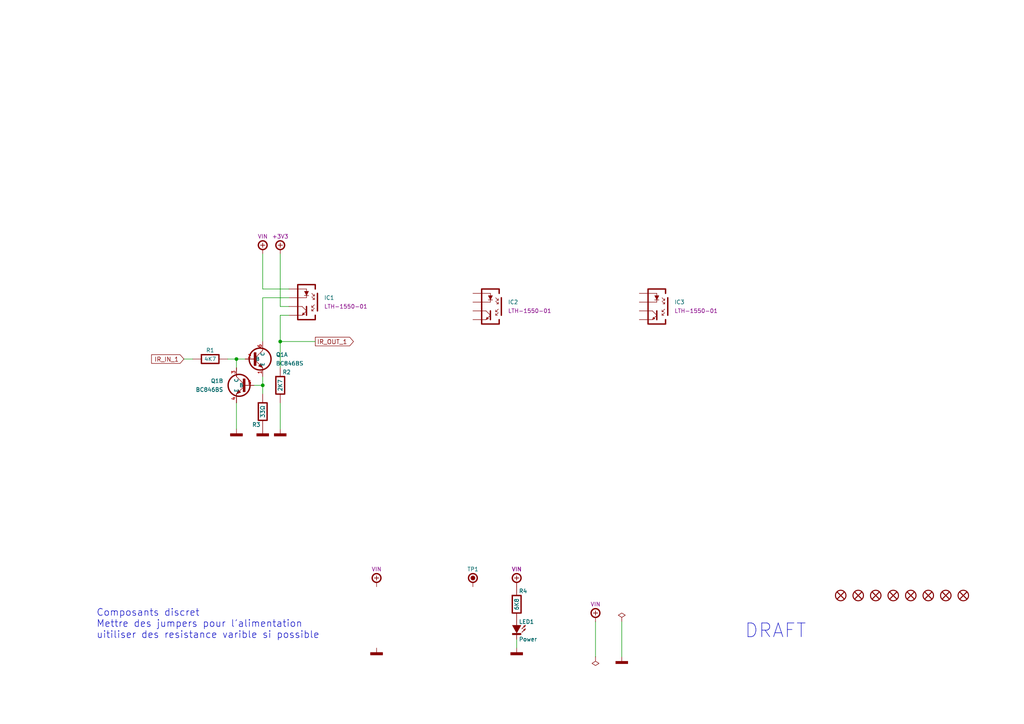
<source format=kicad_sch>
(kicad_sch (version 20211123) (generator eeschema)
  (paper "A4")
  (title_block (title "IR Test") (date "01/2022") (rev "A") (comment 1 "TCAR MCU Board - PIC24FJ"))
  (lib_symbols
    (symbol "LITEON-LTH-1550-01_1" (pin_numbers hide) (pin_names (offset 0) hide)
      (property "Reference" "IC" (at 0 6.35 0))
      (property "Name" "LTH-1550-01" (at 0 -6.35 0))
      (symbol "LITEON-LTH-1550-01_1_0_1"
        (polyline (pts (xy -3.175 2.54) (xy -3.175 -2.54)) (stroke (width 0.4)))
        (polyline (pts (xy -2.286 0.762) (xy -1.524 1.524)) (stroke (width 0.1524)))
        (polyline (pts (xy -2.286 1.778) (xy -1.524 2.54)) (stroke (width 0.1524)))
        (polyline (pts (xy -1.524 -2.54) (xy -2.286 -1.778)) (stroke (width 0.1524)))
        (polyline (pts (xy -1.524 -2.54) (xy -2.032 -2.54)) (stroke (width 0.1524)))
        (polyline (pts (xy -1.524 -2.54) (xy -1.524 -2.032)) (stroke (width 0.1524)))
        (polyline (pts (xy -1.524 -1.524) (xy -1.524 -1.016)) (stroke (width 0.1524)))
        (polyline (pts (xy -0.635 1.905) (xy 0.635 1.905)) (stroke (width 0.1524)))
        (polyline (pts (xy 0 -1.27) (xy 0 -3.81)) (stroke (width 0.4)))
        (polyline (pts (xy 0 1.27) (xy 0 3.81)) (stroke (width 0.1524)))
        (polyline (pts (xy -2.286 -0.762) (xy -1.524 -1.524) (xy -2.032 -1.524)) (stroke (width 0.1524)))
        (polyline (pts (xy -2.286 1.27) (xy -2.286 0.762) (xy -1.778 0.762)) (stroke (width 0.1524)))
        (polyline (pts (xy -2.286 2.286) (xy -2.286 1.778) (xy -1.778 1.778)) (stroke (width 0.1524)))
        (polyline (pts (xy 1.27 -1.27) (xy 0 -2.54) (xy 1.27 -3.81)) (stroke (width 0.1524)))
        (polyline (pts (xy -0.635 3.175) (xy 0.635 3.175) (xy 0 1.905) (xy -0.635 3.175)) (stroke (width 0.001)) (fill (type outline)))
        (polyline (pts (xy 1.27 -3.81) (xy 1.016 -3.048) (xy 0.508 -3.556) (xy 1.27 -3.81)) (stroke (width 0.001)) (fill (type outline)))
        (polyline (pts (xy -2.54 -3.81) (xy -2.54 -5.08) (xy 2.54 -5.08) (xy 2.54 5.08) (xy -2.54 5.08) (xy -2.54 3.81)) (stroke (width 0.4)))
      )
      (symbol "LITEON-LTH-1550-01_1_1_1"
        (pin passive line (at 5.08 3.81 180) (length 5.08) (name "ANODE") (number "1"))
        (pin passive line (at 5.08 1.27 180) (length 5.08) (name "CATHODE") (number "2"))
        (pin passive line (at 5.08 -1.27 180) (length 3.81) (name "COLLECTOR") (number "3"))
        (pin passive line (at 5.08 -3.81 180) (length 3.81) (name "EMITTER") (number "4"))
      )
    )
    (symbol "power:PWR_FLAG" (power) (pin_numbers hide) (pin_names (offset 0) hide)
      (property "Value" "PWR_FLAG" (at 0 3.81 0))
      (symbol "PWR_FLAG_0_0"
        (pin power_out line (at 0 0 90) (length 0) (name "pwr") (number "1"))
      )
      (symbol "PWR_FLAG_0_1"
        (polyline (pts (xy 0 0) (xy 0 1.27) (xy -1.016 1.905) (xy 0 2.54) (xy 1.016 1.905) (xy 0 1.27)))
      )
    )
    (symbol "tronixio:BC846BS" (pin_names (offset 0.5))
      (property "Reference" "Q" (at 0 3.81 0))
      (property "Value" "BC846BS" (at 0 -10.16 0))
      (symbol "BC846BS_0_1"
        (polyline (pts (xy 0.635 0.635) (xy 2.54 2.54)))
        (polyline (pts (xy 0.635 -0.635) (xy 2.54 -2.54) (xy 2.54 -2.54)))
        (polyline (pts (xy 2.54 -2.54) (xy 1.27 -2.032) (xy 2.032 -1.27) (xy 2.54 -2.54)) (stroke (width 0.001)) (fill (type outline)))
        (rectangle (start 0 1.905) (end 0.635 -1.905) (stroke (width 0.1)) (fill (type outline)))
        (circle (center 1.778 0) (radius 3.175) (stroke (width 0.4)))
      )
      (symbol "BC846BS_1_1"
        (pin passive line (at 2.54 -5.08 90) (length 2.54) (name "E") (number "1"))
        (pin passive line (at -2.54 0 0) (length 2.54) (name "B") (number "2"))
        (pin passive line (at 2.54 5.08 270) (length 2.54) (name "C") (number "6"))
      )
      (symbol "BC846BS_1_2"
        (arc (start -3.81 -3.81) (mid -2.589 0) (end -3.81 3.81) (stroke (width 0.254)))
        (arc (start -0.6096 -3.81) (mid 2.1855 -2.584) (end 3.81 0) (stroke (width 0.254)) (fill (type background)))
        (polyline (pts (xy -3.81 -3.81) (xy -0.635 -3.81)) (stroke (width 0.254)) (fill (type background)))
        (polyline (pts (xy -3.81 3.81) (xy -0.635 3.81)) (stroke (width 0.254)) (fill (type background)))
        (polyline (pts (xy -0.635 3.81) (xy -3.81 3.81) (xy -3.81 3.81) (xy -3.556 3.4036) (xy -3.0226 2.2606) (xy -2.6924 1.0414) (xy -2.6162 -0.254) (xy -2.7686 -1.4986) (xy -3.175 -2.7178) (xy -3.81 -3.81) (xy -3.81 -3.81) (xy -0.635 -3.81)) (stroke (width -25.4)) (fill (type background)))
        (arc (start 3.81 0) (mid 2.1928 2.5925) (end -0.6096 3.81) (stroke (width 0.254)) (fill (type background)))
        (pin input inverted (at -7.62 2.54 0) (length 4.318) (name "~") (number "1"))
        (pin input inverted (at -7.62 -2.54 0) (length 4.318) (name "~") (number "2"))
        (pin output line (at 7.62 0 180) (length 3.81) (name "~") (number "3"))
      )
      (symbol "BC846BS_2_1"
        (pin passive line (at 2.54 5.08 270) (length 2.54) (name "C") (number "3"))
        (pin passive line (at 2.54 -5.08 90) (length 2.54) (name "E") (number "4"))
        (pin passive line (at -2.54 0 0) (length 2.54) (name "B") (number "5"))
      )
      (symbol "BC846BS_2_2"
        (arc (start -3.81 -3.81) (mid -2.589 0) (end -3.81 3.81) (stroke (width 0.254)))
        (arc (start -0.6096 -3.81) (mid 2.1855 -2.584) (end 3.81 0) (stroke (width 0.254)) (fill (type background)))
        (polyline (pts (xy -3.81 -3.81) (xy -0.635 -3.81)) (stroke (width 0.254)) (fill (type background)))
        (polyline (pts (xy -3.81 3.81) (xy -0.635 3.81)) (stroke (width 0.254)) (fill (type background)))
        (polyline (pts (xy -0.635 3.81) (xy -3.81 3.81) (xy -3.81 3.81) (xy -3.556 3.4036) (xy -3.0226 2.2606) (xy -2.6924 1.0414) (xy -2.6162 -0.254) (xy -2.7686 -1.4986) (xy -3.175 -2.7178) (xy -3.81 -3.81) (xy -3.81 -3.81) (xy -0.635 -3.81)) (stroke (width -25.4)) (fill (type background)))
        (arc (start 3.81 0) (mid 2.1928 2.5925) (end -0.6096 3.81) (stroke (width 0.254)) (fill (type background)))
        (pin input inverted (at -7.62 2.54 0) (length 4.318) (name "~") (number "4"))
        (pin input inverted (at -7.62 -2.54 0) (length 4.318) (name "~") (number "5"))
        (pin output line (at 7.62 0 180) (length 3.81) (name "~") (number "6"))
      )
    )
    (symbol "tronixio:HARWIN-S1751" (pin_numbers hide) (pin_names (offset 0) hide)
      (property "Reference" "TP" (at 0 7.62 0))
      (property "Value" "HARWIN-S1751" (at 0 5.08 0))
      (symbol "HARWIN-S1751_0_1"
        (circle (center 0 2.54) (radius 0.635) (stroke (width 0.001)) (fill (type outline)))
        (circle (center 0 2.54) (radius 1.27) (stroke (width 0.4)))
      )
      (symbol "HARWIN-S1751_1_1"
        (pin passive line (at 0 0 90) (length 1.27) (name "1") (number "1"))
      )
    )
    (symbol "tronixio:LED-1206-RED" (pin_numbers hide) (pin_names (offset 0) hide)
      (property "Reference" "LED" (at 0 -2.54 0))
      (property "Value" "LED-1206-RED" (at 0 -5.08 0))
      (symbol "LED-1206-RED_0_1"
        (rectangle (start -1.27 1.27) (end -0.762 -1.27) (stroke (width 0.001)) (fill (type outline)))
        (polyline (pts (xy 1.524 -1.27) (xy 1.524 1.27) (xy -0.762 0) (xy 1.524 -1.27)) (stroke (width 0.001)) (fill (type outline)))
        (polyline (pts (xy -0.508 1.524) (xy 0.508 2.54) (xy 0.254 2.032) (xy 0 2.286) (xy 0.508 2.54)) (stroke (width 0.2)))
        (polyline (pts (xy 0.508 1.524) (xy 1.524 2.54) (xy 1.27 2.032) (xy 1.016 2.286) (xy 1.524 2.54)) (stroke (width 0.2)))
      )
      (symbol "LED-1206-RED_1_1"
        (pin passive line (at -2.54 0 0) (length 1.27) (name "K") (number "1"))
        (pin passive line (at 2.54 0 180) (length 1.27) (name "A") (number "2"))
      )
    )
    (symbol "tronixio:MOUNTING-HOLE-MASK-3MM" (pin_numbers hide) (pin_names (offset 0) hide)
      (symbol "MOUNTING-HOLE-MASK-3MM_0_1"
        (polyline (pts (xy -1.016 -1.016) (xy 1.016 1.016)) (stroke (width 0.3)))
        (polyline (pts (xy 1.016 -1.016) (xy -1.016 1.016)) (stroke (width 0.3)))
        (circle (center 0 0) (radius 1.524) (stroke (width 0.3)))
      )
    )
    (symbol "tronixio:POWER-+3V3" (power) (pin_numbers hide) (pin_names (offset 0) hide)
      (property "Name" "+3V3" (at 0 5.08 0))
      (symbol "POWER-+3V3_0_1"
        (polyline (pts (xy -0.635 2.54) (xy 0.635 2.54)) (stroke (width 0.2)))
        (polyline (pts (xy 0 1.905) (xy 0 3.175)) (stroke (width 0.2)))
        (circle (center 0 2.54) (radius 1.27) (stroke (width 0.4)))
      )
      (symbol "POWER-+3V3_1_1"
        (pin power_in line (at 0 0 90) (length 1.27) (name "+3V3") (number "1"))
      )
    )
    (symbol "tronixio:POWER-GND" (power) (pin_numbers hide) (pin_names (offset 0) hide)
      (symbol "POWER-GND_0_1"
        (rectangle (start -1.778 -2.032) (end 1.778 -1.27) (stroke (width 0.001)) (fill (type outline)))
      )
      (symbol "POWER-GND_1_1"
        (pin power_in line (at 0 0 270) (length 1.27) (name "GND") (number "1"))
      )
    )
    (symbol "tronixio:POWER-VIN" (power) (pin_numbers hide) (pin_names (offset 0) hide)
      (property "Name" "VIN" (at 0 5.08 0))
      (symbol "POWER-VIN_0_1"
        (polyline (pts (xy -0.635 2.54) (xy 0.635 2.54)) (stroke (width 0.2)))
        (polyline (pts (xy 0 1.905) (xy 0 3.175)) (stroke (width 0.2)))
        (circle (center 0 2.54) (radius 1.27) (stroke (width 0.4)))
      )
      (symbol "POWER-VIN_1_1"
        (pin power_in line (at 0 0 90) (length 1.27) (name "VIN") (number "1"))
      )
    )
    (symbol "tronixio:R-1206" (pin_numbers hide) (pin_names (offset 0) hide)
      (property "Reference" "R" (at 2.54 0 90))
      (property "Value" "R-1206" (at 0 0 90))
      (symbol "R-1206_0_1"
        (rectangle (start -1.27 -2.54) (end 1.27 2.54) (stroke (width 0.4)))
      )
      (symbol "R-1206_1_1"
        (pin passive line (at 0 5.08 270) (length 2.54) (name "~") (number "1"))
        (pin passive line (at 0 -5.08 90) (length 2.54) (name "~") (number "2"))
      )
    )
  )
  (junction (at 81.28 99.06))
  (junction (at 68.58 104.14))
  (junction (at 76.2 111.76))
  (wire (pts (xy 76.2 86.36) (xy 76.2 99.06)))
  (wire (pts (xy 73.66 111.76) (xy 76.2 111.76)))
  (wire (pts (xy 76.2 83.82) (xy 76.2 73.66)))
  (wire (pts (xy 83.82 88.9) (xy 81.28 88.9)))
  (wire (pts (xy 68.58 104.14) (xy 68.58 106.68)))
  (wire (pts (xy 76.2 111.76) (xy 76.2 114.3)))
  (wire (pts (xy 66.04 104.14) (xy 68.58 104.14)))
  (wire (pts (xy 83.82 91.44) (xy 81.28 91.44)))
  (wire (pts (xy 81.28 88.9) (xy 81.28 73.66)))
  (wire (pts (xy 81.28 116.84) (xy 81.28 124.46)))
  (wire (pts (xy 81.28 99.06) (xy 91.44 99.06)))
  (wire (pts (xy 76.2 109.22) (xy 76.2 111.76)))
  (wire (pts (xy 83.82 83.82) (xy 76.2 83.82)))
  (wire (pts (xy 81.28 91.44) (xy 81.28 99.06)))
  (wire (pts (xy 83.82 86.36) (xy 76.2 86.36)))
  (wire (pts (xy 68.58 104.14) (xy 71.12 104.14)))
  (wire (pts (xy 53.34 104.14) (xy 55.88 104.14)))
  (wire (pts (xy 149.86 185.42) (xy 149.86 187.96)))
  (wire (pts (xy 68.58 116.84) (xy 68.58 124.46)))
  (wire (pts (xy 180.34 180.34) (xy 180.34 190.5)))
  (wire (pts (xy 81.28 99.06) (xy 81.28 106.68)))
  (wire (pts (xy 172.72 180.34) (xy 172.72 190.5)))
  (text "DRAFT" (at 215.9 185.42 0) (effects (font (size 4 4)) (justify left bottom)))
  (text "Composants discret\nMettre des jumpers pour l'alimentation\nuitiliser des resistance varible si possible" (at 27.94 185.42 0) (effects (font (size 2 2)) (justify left bottom)))
  (global_label "IR_IN_1" (shape input) (at 53.34 104.14 180) (property "Intersheet References" "${INTERSHEET_REFS}" (effects hide)))
  (global_label "IR_OUT_1" (shape output) (at 91.44 99.06 0) (property "Intersheet References" "${INTERSHEET_REFS}" (effects hide)))
  (symbol (lib_id "tronixio:POWER-GND") (at 149.86 187.96 0) (unit 1)
    (property "Reference" "#PWR010" (effects hide))
    (property "Value" "POWER-GND" (effects hide))
  )
  (symbol (lib_id "tronixio:POWER-GND") (at 81.28 124.46 0) (unit 1)
    (property "Reference" "#PWR05" (effects hide))
    (property "Value" "POWER-GND" (effects hide))
  )
  (symbol (lib_id "tronixio:MOUNTING-HOLE-MASK-3MM") (at 274.32 172.72 0) (unit 1)
    (property "Reference" "H7" (effects hide))
    (property "Value" "MOUNTING-HOLE-MASK-3MM" (effects hide))
    (property "Footprint" "tronixio:M3-MASK" (effects hide))
  )
  (symbol (lib_name "LITEON-LTH-1550-01_1") (lib_id "tronixio:LITEON-LTH-1550-01") (at 142.24 88.9 0) (mirror y) (unit 1)
    (property "Reference" "IC2" (at 147.32 87.6299 0) (effects (font (size 1.15 1.15)) (justify right)))
    (property "Value" "LITEON-LTH-1550-01" (effects hide))
    (property "Footprint" "tronixio:zzzLTH-1550-01-HORIZONTAL" (effects hide))
    (property "Datasheet" "https://optoelectronics.liteon.com/en-global/Led/led-component/Detail/427" (effects hide))
    (property "Mouser" "859-LTH-1550-01" (effects hide))
    (property "Name" "LTH-1550-01" (at 147.32 90.1699 0) (effects (font (size 1.15 1.15)) (justify right)))
  )
  (symbol (lib_id "power:PWR_FLAG") (at 172.72 190.5 180) (unit 1)
    (property "Reference" "#FLG02" (effects hide))
    (property "Value" "PWR_FLAG" (effects hide))
  )
  (symbol (lib_id "power:PWR_FLAG") (at 180.34 180.34 0) (mirror y) (unit 1)
    (property "Reference" "#FLG01" (effects hide))
    (property "Value" "PWR_FLAG" (effects hide))
  )
  (symbol (lib_id "tronixio:MOUNTING-HOLE-MASK-3MM") (at 269.24 172.72 0) (unit 1)
    (property "Reference" "H6" (effects hide))
    (property "Value" "MOUNTING-HOLE-MASK-3MM" (effects hide))
    (property "Footprint" "tronixio:M3-MASK" (effects hide))
  )
  (symbol (lib_id "tronixio:POWER-VIN") (at 109.22 170.18 0) (unit 1)
    (property "Reference" "#PWR06" (effects hide))
    (property "Value" "POWER-VIN" (effects hide))
    (property "Name" "VIN" (at 109.22 165.1 0) (effects (font (size 1.15 1.15))))
  )
  (symbol (lib_id "tronixio:POWER-GND") (at 109.22 187.96 0) (unit 1)
    (property "Reference" "#PWR09" (effects hide))
    (property "Value" "POWER-GND" (effects hide))
  )
  (symbol (lib_id "tronixio:MOUNTING-HOLE-MASK-3MM") (at 264.16 172.72 0) (unit 1)
    (property "Reference" "H5" (effects hide))
    (property "Value" "MOUNTING-HOLE-MASK-3MM" (effects hide))
    (property "Footprint" "tronixio:M3-MASK" (effects hide))
  )
  (symbol (lib_id "tronixio:POWER-GND") (at 180.34 190.5 0) (unit 1)
    (property "Reference" "#PWR011" (effects hide))
    (property "Value" "POWER-GND" (effects hide))
  )
  (symbol (lib_id "tronixio:R-1206") (at 76.2 119.38 0) (unit 1)
    (property "Reference" "R3" (at 75.565 123.19 0) (effects (font (size 1.15 1.15)) (justify right)))
    (property "Value" "33Ω" (at 76.2 119.38 90) (effects (font (size 1.15 1.15))))
    (property "Footprint" "tronixio:RESISTOR-1016-TH" (effects hide))
  )
  (symbol (lib_id "tronixio:R-1206") (at 81.28 111.76 0) (unit 1)
    (property "Reference" "R2" (at 81.915 107.95 0) (effects (font (size 1.15 1.15)) (justify left)))
    (property "Value" "2K7" (at 81.28 111.76 90) (effects (font (size 1.15 1.15))))
    (property "Footprint" "tronixio:RESISTOR-1016-TH" (effects hide))
  )
  (symbol (lib_id "tronixio:HARWIN-S1751") (at 137.16 170.18 0) (unit 1)
    (property "Reference" "TP1" (at 137.16 165.1 0) (effects (font (size 1.15 1.15))))
    (property "Value" "HARWIN-S1751" (effects hide))
    (property "Footprint" "tronixio:zzzHARWIN-S1751" (effects hide))
    (property "Datasheet" "https://www.harwin.com/products/S1751-46/" (effects hide))
    (property "MOUSER" "855-S1751-46" (effects hide))
  )
  (symbol (lib_id "tronixio:BC846BS") (at 73.66 104.14 0) (unit 1)
    (property "Reference" "Q1" (at 80.01 102.8699 0) (effects (font (size 1.15 1.15)) (justify left)))
    (property "Value" "BC846BS" (at 80.01 105.4099 0) (effects (font (size 1.15 1.15)) (justify left)))
    (property "Footprint" "tronixio:SOT-23-6" (effects hide))
    (property "Mouser" "771-BC846BS115" (effects hide))
  )
  (symbol (lib_id "tronixio:MOUNTING-HOLE-MASK-3MM") (at 248.92 172.72 0) (unit 1)
    (property "Reference" "H2" (effects hide))
    (property "Value" "MOUNTING-HOLE-MASK-3MM" (effects hide))
    (property "Footprint" "tronixio:M3-MASK" (effects hide))
  )
  (symbol (lib_id "tronixio:POWER-VIN") (at 76.2 73.66 0) (unit 1)
    (property "Reference" "#PWR01" (effects hide))
    (property "Value" "POWER-VIN" (effects hide))
    (property "Name" "VIN" (at 76.2 68.58 0) (effects (font (size 1.15 1.15))))
  )
  (symbol (lib_id "tronixio:POWER-GND") (at 76.2 124.46 0) (unit 1)
    (property "Reference" "#PWR04" (effects hide))
    (property "Value" "POWER-GND" (effects hide))
  )
  (symbol (lib_id "tronixio:R-1206") (at 149.86 175.26 0) (unit 1)
    (property "Reference" "R4" (at 150.495 171.45 0) (effects (font (size 1.15 1.15)) (justify left)))
    (property "Value" "6K8" (at 149.86 175.26 90) (effects (font (size 1.15 1.15))))
    (property "Footprint" "tronixio:RESISTOR-1206" (effects hide))
  )
  (symbol (lib_name "LITEON-LTH-1550-01_1") (lib_id "tronixio:LITEON-LTH-1550-01") (at 88.9 87.63 0) (mirror y) (unit 1)
    (property "Reference" "IC1" (at 93.98 86.3599 0) (effects (font (size 1.15 1.15)) (justify right)))
    (property "Value" "LITEON-LTH-1550-01" (effects hide))
    (property "Footprint" "tronixio:zzzLTH-1550-01-HORIZONTAL" (effects hide))
    (property "Datasheet" "https://optoelectronics.liteon.com/en-global/Led/led-component/Detail/427" (effects hide))
    (property "Mouser" "859-LTH-1550-01" (effects hide))
    (property "Name" "LTH-1550-01" (at 93.98 88.8999 0) (effects (font (size 1.15 1.15)) (justify right)))
  )
  (symbol (lib_id "tronixio:R-1206") (at 60.96 104.14 90) (unit 1)
    (property "Reference" "R1" (at 60.96 101.6 90) (effects (font (size 1.15 1.15))))
    (property "Value" "4K7" (at 60.96 104.14 90) (effects (font (size 1.15 1.15))))
    (property "Footprint" "tronixio:RESISTOR-1016-TH" (effects hide))
  )
  (symbol (lib_id "tronixio:POWER-VIN") (at 172.72 180.34 0) (unit 1)
    (property "Reference" "#PWR08" (effects hide))
    (property "Value" "POWER-VIN" (effects hide))
    (property "Name" "VIN" (at 172.72 175.26 0) (effects (font (size 1.15 1.15))))
  )
  (symbol (lib_id "tronixio:MOUNTING-HOLE-MASK-3MM") (at 243.84 172.72 0) (unit 1)
    (property "Reference" "H1" (effects hide))
    (property "Value" "MOUNTING-HOLE-MASK-3MM" (effects hide))
    (property "Footprint" "tronixio:M3-MASK" (effects hide))
  )
  (symbol (lib_id "tronixio:POWER-GND") (at 68.58 124.46 0) (unit 1)
    (property "Reference" "#PWR03" (effects hide))
    (property "Value" "POWER-GND" (effects hide))
  )
  (symbol (lib_id "tronixio:MOUNTING-HOLE-MASK-3MM") (at 254 172.72 0) (unit 1)
    (property "Reference" "H3" (effects hide))
    (property "Value" "MOUNTING-HOLE-MASK-3MM" (effects hide))
    (property "Footprint" "tronixio:M3-MASK" (effects hide))
  )
  (symbol (lib_id "tronixio:BC846BS") (at 71.12 111.76 0) (mirror y) (unit 2)
    (property "Reference" "Q1" (at 64.77 110.4899 0) (effects (font (size 1.15 1.15)) (justify left)))
    (property "Value" "BC846BS" (at 64.77 113.0299 0) (effects (font (size 1.15 1.15)) (justify left)))
    (property "Footprint" "tronixio:SOT-23-6" (effects hide))
    (property "Mouser" "771-BC846BS115" (effects hide))
  )
  (symbol (lib_name "LITEON-LTH-1550-01_1") (lib_id "tronixio:LITEON-LTH-1550-01") (at 190.5 88.9 0) (mirror y) (unit 1)
    (property "Reference" "IC3" (at 195.58 87.6299 0) (effects (font (size 1.15 1.15)) (justify right)))
    (property "Value" "LITEON-LTH-1550-01" (effects hide))
    (property "Footprint" "tronixio:zzzLTH-1550-01-HORIZONTAL" (effects hide))
    (property "Datasheet" "https://optoelectronics.liteon.com/en-global/Led/led-component/Detail/427" (effects hide))
    (property "Mouser" "859-LTH-1550-01" (effects hide))
    (property "Name" "LTH-1550-01" (at 195.58 90.1699 0) (effects (font (size 1.15 1.15)) (justify right)))
  )
  (symbol (lib_id "tronixio:LED-1206-RED") (at 149.86 182.88 270) (mirror x) (unit 1)
    (property "Reference" "LED1" (at 150.495 180.34 90) (effects (font (size 1.15 1.15)) (justify left)))
    (property "Value" "Power" (at 150.495 185.42 90) (effects (font (size 1.15 1.15)) (justify left)))
    (property "Footprint" "tronixio:LED-1206" (effects hide))
    (property "Datasheet" "http://www.kingbrightusa.com/images/catalog/SPEC/APT3216LSECK-J3-PRV.pdf" (effects hide))
    (property "MOUSER" "604-APT3216LSECKJ3RV" (effects hide))
  )
  (symbol (lib_id "tronixio:MOUNTING-HOLE-MASK-3MM") (at 279.4 172.72 0) (unit 1)
    (property "Reference" "H8" (effects hide))
    (property "Value" "MOUNTING-HOLE-MASK-3MM" (effects hide))
    (property "Footprint" "tronixio:M3-MASK" (effects hide))
  )
  (symbol (lib_id "tronixio:MOUNTING-HOLE-MASK-3MM") (at 259.08 172.72 0) (unit 1)
    (property "Reference" "H4" (effects hide))
    (property "Value" "MOUNTING-HOLE-MASK-3MM" (effects hide))
    (property "Footprint" "tronixio:M3-MASK" (effects hide))
  )
  (symbol (lib_id "tronixio:POWER-VIN") (at 149.86 170.18 0) (unit 1)
    (property "Reference" "#PWR07" (effects hide))
    (property "Value" "POWER-VIN" (effects hide))
    (property "Name" "VIN" (at 149.86 165.1 0) (effects (font (size 1.15 1.15))))
  )
  (symbol (lib_id "tronixio:POWER-+3V3") (at 81.28 73.66 0) (unit 1)
    (property "Reference" "#PWR02" (effects hide))
    (property "Value" "POWER-+3V3" (effects hide))
    (property "Name" "+3V3" (at 81.28 68.58 0) (effects (font (size 1.15 1.15))))
  )
)
</source>
